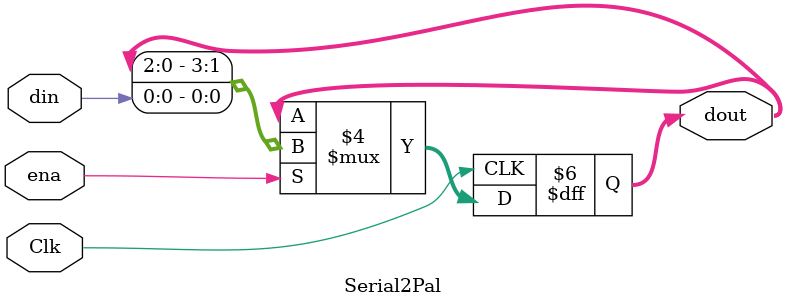
<source format=v>
`timescale 1ns / 1ps

module Serial2Pal(
    input Clk,
    input din,
    input ena,
    output reg [3:0] dout = 4'b0000
    );

always @ (posedge Clk)
    if(ena)
        dout <= {dout[2:0],din};
    else
        dout <= dout;
endmodule
</source>
